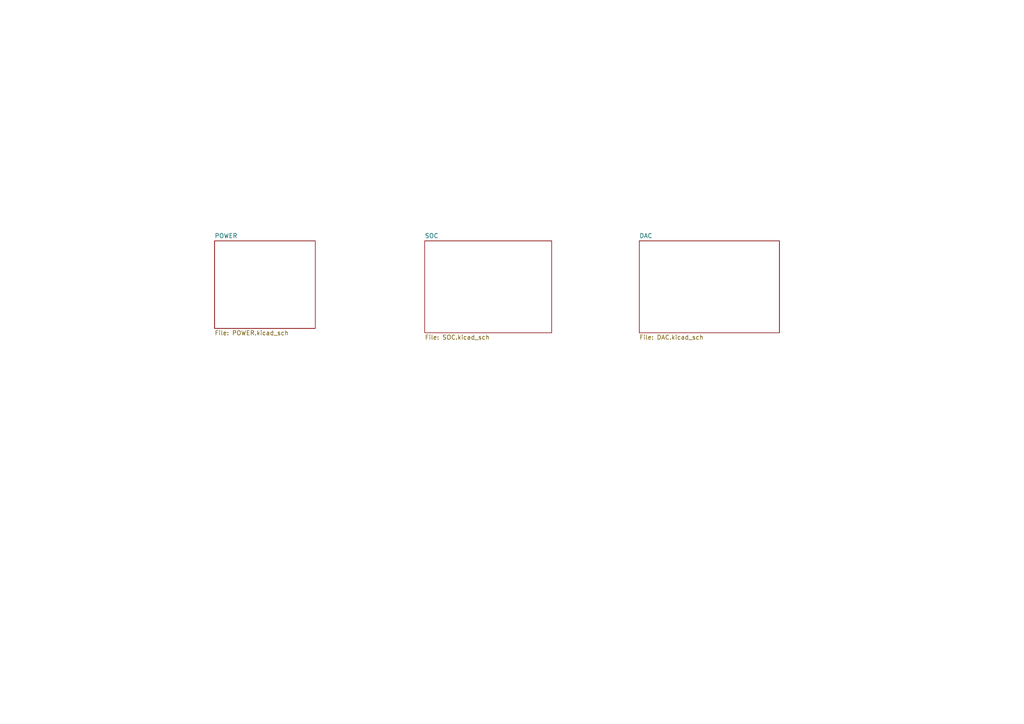
<source format=kicad_sch>
(kicad_sch (version 20211123) (generator eeschema)

  (uuid 370258fd-6ba8-4ef3-8ebf-93d459bc2768)

  (paper "A4")

  (lib_symbols
  )


  (sheet (at 185.42 69.85) (size 40.64 26.67) (fields_autoplaced)
    (stroke (width 0.1524) (type solid) (color 0 0 0 0))
    (fill (color 0 0 0 0.0000))
    (uuid 401dcf25-129a-4017-9713-e4979f9d70cf)
    (property "Sheet name" "DAC" (id 0) (at 185.42 69.1384 0)
      (effects (font (size 1.27 1.27)) (justify left bottom))
    )
    (property "Sheet file" "DAC.kicad_sch" (id 1) (at 185.42 97.1046 0)
      (effects (font (size 1.27 1.27)) (justify left top))
    )
  )

  (sheet (at 123.19 69.85) (size 36.83 26.67) (fields_autoplaced)
    (stroke (width 0.1524) (type solid) (color 0 0 0 0))
    (fill (color 0 0 0 0.0000))
    (uuid 494fd4b1-1de7-49fe-827f-914491efe850)
    (property "Sheet name" "SOC" (id 0) (at 123.19 69.1384 0)
      (effects (font (size 1.27 1.27)) (justify left bottom))
    )
    (property "Sheet file" "SOC.kicad_sch" (id 1) (at 123.19 97.1046 0)
      (effects (font (size 1.27 1.27)) (justify left top))
    )
  )

  (sheet (at 62.23 69.85) (size 29.21 25.4) (fields_autoplaced)
    (stroke (width 0.1524) (type solid) (color 0 0 0 0))
    (fill (color 0 0 0 0.0000))
    (uuid e1791f45-9313-4623-bca3-b0a68fdadfbe)
    (property "Sheet name" "POWER" (id 0) (at 62.23 69.1384 0)
      (effects (font (size 1.27 1.27)) (justify left bottom))
    )
    (property "Sheet file" "POWER.kicad_sch" (id 1) (at 62.23 95.8346 0)
      (effects (font (size 1.27 1.27)) (justify left top))
    )
  )

  (sheet_instances
    (path "/" (page "1"))
    (path "/e1791f45-9313-4623-bca3-b0a68fdadfbe" (page "2"))
    (path "/401dcf25-129a-4017-9713-e4979f9d70cf" (page "3"))
    (path "/494fd4b1-1de7-49fe-827f-914491efe850" (page "4"))
  )

  (symbol_instances
    (path "/e1791f45-9313-4623-bca3-b0a68fdadfbe/0cbfa2f9-23d9-48ec-8a1a-dbaf44827c95"
      (reference "#PWR0101") (unit 1) (value "GNDA") (footprint "")
    )
    (path "/e1791f45-9313-4623-bca3-b0a68fdadfbe/30af4ec7-6667-46e6-a26a-09572efb8cbe"
      (reference "#PWR0102") (unit 1) (value "GNDA") (footprint "")
    )
    (path "/e1791f45-9313-4623-bca3-b0a68fdadfbe/e797b437-4319-431e-998c-9a17c1f59a2b"
      (reference "#PWR0103") (unit 1) (value "GND") (footprint "")
    )
    (path "/e1791f45-9313-4623-bca3-b0a68fdadfbe/fb26e9b9-f54a-43d4-8717-4f82a48a58bc"
      (reference "#PWR0104") (unit 1) (value "+5VA") (footprint "")
    )
    (path "/e1791f45-9313-4623-bca3-b0a68fdadfbe/2224d911-5da1-4376-bd3a-1e677c123a06"
      (reference "#PWR0105") (unit 1) (value "GND") (footprint "")
    )
    (path "/e1791f45-9313-4623-bca3-b0a68fdadfbe/01708f58-76ce-481a-8192-42653e6c22f7"
      (reference "#PWR0106") (unit 1) (value "GNDA") (footprint "")
    )
    (path "/e1791f45-9313-4623-bca3-b0a68fdadfbe/3e444495-13db-4491-92c2-e64a77bb3699"
      (reference "#PWR0107") (unit 1) (value "VCC") (footprint "")
    )
    (path "/e1791f45-9313-4623-bca3-b0a68fdadfbe/9248e5af-ddc9-45cc-ba5e-111840325976"
      (reference "#PWR0108") (unit 1) (value "VCC") (footprint "")
    )
    (path "/e1791f45-9313-4623-bca3-b0a68fdadfbe/14edc701-333b-4c32-8327-80a08c746a50"
      (reference "#PWR0109") (unit 1) (value "GNDA") (footprint "")
    )
    (path "/e1791f45-9313-4623-bca3-b0a68fdadfbe/8df204da-232d-4b4c-a682-802e9189510b"
      (reference "#PWR0110") (unit 1) (value "-5VA") (footprint "")
    )
    (path "/e1791f45-9313-4623-bca3-b0a68fdadfbe/2cefa727-a5ce-4051-8271-4b8310fee12d"
      (reference "#PWR0111") (unit 1) (value "+BATT") (footprint "")
    )
    (path "/e1791f45-9313-4623-bca3-b0a68fdadfbe/2af7ebe6-ab5f-439b-a9a0-b238fd9746dc"
      (reference "#PWR0112") (unit 1) (value "GND") (footprint "")
    )
    (path "/e1791f45-9313-4623-bca3-b0a68fdadfbe/5fd137a9-82f4-4353-8bde-3dc5c4ad322c"
      (reference "#PWR0113") (unit 1) (value "VBUS") (footprint "")
    )
    (path "/e1791f45-9313-4623-bca3-b0a68fdadfbe/4282c57f-29e4-433b-accb-77b4cec8c16c"
      (reference "#PWR0114") (unit 1) (value "+BATT") (footprint "")
    )
    (path "/e1791f45-9313-4623-bca3-b0a68fdadfbe/5ad656d2-7b9e-42e2-9941-e9e8cd326d37"
      (reference "#PWR0115") (unit 1) (value "GND") (footprint "")
    )
    (path "/e1791f45-9313-4623-bca3-b0a68fdadfbe/e8debc1b-2900-42c6-87d4-2a94163f3f88"
      (reference "#PWR0116") (unit 1) (value "GND") (footprint "")
    )
    (path "/e1791f45-9313-4623-bca3-b0a68fdadfbe/45450dcd-eddd-40b9-b837-4c8ae62e52e0"
      (reference "#PWR0117") (unit 1) (value "GND") (footprint "")
    )
    (path "/e1791f45-9313-4623-bca3-b0a68fdadfbe/a3842bcc-2daf-41e2-a8de-c3616a27a777"
      (reference "#PWR0118") (unit 1) (value "+2V5") (footprint "")
    )
    (path "/e1791f45-9313-4623-bca3-b0a68fdadfbe/b1bf2bfb-1ec3-4b5a-bc1a-ddb7c529913e"
      (reference "#PWR0119") (unit 1) (value "GND") (footprint "")
    )
    (path "/e1791f45-9313-4623-bca3-b0a68fdadfbe/70388ffc-7447-431c-8802-1e130278a9e7"
      (reference "#PWR0120") (unit 1) (value "VCC") (footprint "")
    )
    (path "/e1791f45-9313-4623-bca3-b0a68fdadfbe/7de2f0be-eca9-481c-a3d0-f602605cdd08"
      (reference "#PWR0121") (unit 1) (value "GND") (footprint "")
    )
    (path "/e1791f45-9313-4623-bca3-b0a68fdadfbe/22b3f1b2-c7d3-4ecd-83ce-6f3d8a4905ca"
      (reference "#PWR0122") (unit 1) (value "VCC") (footprint "")
    )
    (path "/e1791f45-9313-4623-bca3-b0a68fdadfbe/f4c19c06-3c78-4b1f-8e73-e58d9f52f324"
      (reference "#PWR0123") (unit 1) (value "+1V1") (footprint "")
    )
    (path "/e1791f45-9313-4623-bca3-b0a68fdadfbe/6201d8e5-2b5f-4f2b-b23c-11a4afcbc56c"
      (reference "#PWR0124") (unit 1) (value "GND") (footprint "")
    )
    (path "/e1791f45-9313-4623-bca3-b0a68fdadfbe/a437ffdc-1a03-4acb-8b6a-791e6eec24ce"
      (reference "#PWR0125") (unit 1) (value "GND") (footprint "")
    )
    (path "/e1791f45-9313-4623-bca3-b0a68fdadfbe/f3393179-b9c2-4cd1-82e0-acbfcee18868"
      (reference "#PWR0126") (unit 1) (value "+3V3") (footprint "")
    )
    (path "/401dcf25-129a-4017-9713-e4979f9d70cf/bc2d49f7-0b75-46c7-b667-5fe0e39169bf"
      (reference "#PWR0127") (unit 1) (value "GNDA") (footprint "")
    )
    (path "/401dcf25-129a-4017-9713-e4979f9d70cf/38f59be0-5311-4f81-bc2d-291cecf7343e"
      (reference "#PWR0128") (unit 1) (value "GNDA") (footprint "")
    )
    (path "/401dcf25-129a-4017-9713-e4979f9d70cf/ea86096d-2168-440e-adb6-179cda9d62bb"
      (reference "#PWR0129") (unit 1) (value "+5VA") (footprint "")
    )
    (path "/401dcf25-129a-4017-9713-e4979f9d70cf/8418b7c7-9dc0-44bc-8ee7-059c864eaf80"
      (reference "#PWR0130") (unit 1) (value "GNDA") (footprint "")
    )
    (path "/401dcf25-129a-4017-9713-e4979f9d70cf/f455a700-bfa0-4af3-82d9-feb64b5a1f19"
      (reference "#PWR0131") (unit 1) (value "GNDA") (footprint "")
    )
    (path "/401dcf25-129a-4017-9713-e4979f9d70cf/7275c604-e053-48d3-a343-c5ffe54b5656"
      (reference "#PWR0132") (unit 1) (value "-5VA") (footprint "")
    )
    (path "/401dcf25-129a-4017-9713-e4979f9d70cf/3ff4f31e-418c-491a-a3c1-216c617c9ef7"
      (reference "#PWR0133") (unit 1) (value "GNDA") (footprint "")
    )
    (path "/401dcf25-129a-4017-9713-e4979f9d70cf/dbadeaad-c0ca-4c40-88e4-b233371bbe46"
      (reference "#PWR0134") (unit 1) (value "-5VA") (footprint "")
    )
    (path "/401dcf25-129a-4017-9713-e4979f9d70cf/82a71cb6-dcd9-4a39-a69f-3443679b2269"
      (reference "#PWR0135") (unit 1) (value "GNDA") (footprint "")
    )
    (path "/401dcf25-129a-4017-9713-e4979f9d70cf/5ccb70e9-40c4-4e90-9e97-747f90003d1e"
      (reference "#PWR0136") (unit 1) (value "GNDA") (footprint "")
    )
    (path "/401dcf25-129a-4017-9713-e4979f9d70cf/3f1e02e9-7964-476d-b2a4-f730fd6423d9"
      (reference "#PWR0137") (unit 1) (value "GND") (footprint "")
    )
    (path "/401dcf25-129a-4017-9713-e4979f9d70cf/c18a242a-bec2-4182-ad0a-89b361b67adc"
      (reference "#PWR0138") (unit 1) (value "+5VA") (footprint "")
    )
    (path "/401dcf25-129a-4017-9713-e4979f9d70cf/a8e840ad-5c82-4710-9ed2-4b5d9d59697b"
      (reference "#PWR0139") (unit 1) (value "GNDA") (footprint "")
    )
    (path "/401dcf25-129a-4017-9713-e4979f9d70cf/7aaddd4a-4249-4c95-ad4c-c5192d44d40e"
      (reference "#PWR0140") (unit 1) (value "+3V3") (footprint "")
    )
    (path "/401dcf25-129a-4017-9713-e4979f9d70cf/58020266-28a5-43d6-a9d3-77344fac213f"
      (reference "#PWR0141") (unit 1) (value "GNDA") (footprint "")
    )
    (path "/401dcf25-129a-4017-9713-e4979f9d70cf/afb0b98c-bd17-4b41-88a6-fadf3a4a7882"
      (reference "#PWR0142") (unit 1) (value "GND") (footprint "")
    )
    (path "/401dcf25-129a-4017-9713-e4979f9d70cf/0f56b6e3-92a2-4c1e-9c64-9bcf8f14372b"
      (reference "#PWR0143") (unit 1) (value "GNDA") (footprint "")
    )
    (path "/401dcf25-129a-4017-9713-e4979f9d70cf/f2dd230c-852b-4da2-8daf-196269e6ae36"
      (reference "#PWR0144") (unit 1) (value "+5VA") (footprint "")
    )
    (path "/e1791f45-9313-4623-bca3-b0a68fdadfbe/c242b6db-ea8b-4488-b39d-c3e48bc74de3"
      (reference "#PWR0145") (unit 1) (value "GND") (footprint "")
    )
    (path "/e1791f45-9313-4623-bca3-b0a68fdadfbe/a30014d5-ec3e-4a95-b54d-5e26f72e83a4"
      (reference "#PWR0146") (unit 1) (value "VCC") (footprint "")
    )
    (path "/e1791f45-9313-4623-bca3-b0a68fdadfbe/9ee40ec3-eef1-4cdc-b611-fb283d83a9fa"
      (reference "#PWR0147") (unit 1) (value "GND") (footprint "")
    )
    (path "/494fd4b1-1de7-49fe-827f-914491efe850/c8c2e522-1315-4fb8-ab95-9e59e2a7ea92"
      (reference "#PWR0148") (unit 1) (value "+3V3") (footprint "")
    )
    (path "/494fd4b1-1de7-49fe-827f-914491efe850/8ea3cbb1-925b-48b0-8938-ad672405dd06"
      (reference "#PWR0149") (unit 1) (value "+3V3") (footprint "")
    )
    (path "/494fd4b1-1de7-49fe-827f-914491efe850/0a5fe33e-ae5f-43a0-ae5f-be974d374e57"
      (reference "#PWR0150") (unit 1) (value "+3V3") (footprint "")
    )
    (path "/494fd4b1-1de7-49fe-827f-914491efe850/d7c1b2c9-33db-4871-b5ed-ea965aeaa473"
      (reference "#PWR0151") (unit 1) (value "+3V3") (footprint "")
    )
    (path "/494fd4b1-1de7-49fe-827f-914491efe850/69dac669-e5eb-49a2-94a5-4458bda3acaf"
      (reference "#PWR0152") (unit 1) (value "+3V3") (footprint "")
    )
    (path "/494fd4b1-1de7-49fe-827f-914491efe850/7d98f311-0132-431a-a4f0-dae81b6cb838"
      (reference "#PWR0153") (unit 1) (value "GND") (footprint "")
    )
    (path "/494fd4b1-1de7-49fe-827f-914491efe850/65a62c4f-46ad-4215-9c1d-d8bd304f9a2f"
      (reference "#PWR0154") (unit 1) (value "GND") (footprint "")
    )
    (path "/494fd4b1-1de7-49fe-827f-914491efe850/b333b069-baf3-40cf-9974-942857d84b37"
      (reference "#PWR0155") (unit 1) (value "+3V3") (footprint "")
    )
    (path "/494fd4b1-1de7-49fe-827f-914491efe850/379cd634-5679-4128-af27-1f0cc5037ef3"
      (reference "#PWR0156") (unit 1) (value "GND") (footprint "")
    )
    (path "/494fd4b1-1de7-49fe-827f-914491efe850/a9032bfe-ce4d-4656-a2f1-6e45ddeacddb"
      (reference "#PWR0157") (unit 1) (value "+1V1") (footprint "")
    )
    (path "/494fd4b1-1de7-49fe-827f-914491efe850/7c571990-1515-4a55-a8d1-1bea4ca69cea"
      (reference "#PWR0158") (unit 1) (value "GND") (footprint "")
    )
    (path "/494fd4b1-1de7-49fe-827f-914491efe850/419248b5-255d-40b6-8565-3cafd949419b"
      (reference "#PWR0159") (unit 1) (value "GND") (footprint "")
    )
    (path "/494fd4b1-1de7-49fe-827f-914491efe850/79a85d22-2e77-4bba-9312-6190345d3eaf"
      (reference "#PWR0160") (unit 1) (value "+2V5") (footprint "")
    )
    (path "/494fd4b1-1de7-49fe-827f-914491efe850/82cbb177-569a-4ef9-8554-03dc7e11471f"
      (reference "#PWR0161") (unit 1) (value "GND") (footprint "")
    )
    (path "/494fd4b1-1de7-49fe-827f-914491efe850/dad71a7f-5c71-496d-ae4c-a81f35969ede"
      (reference "#PWR0162") (unit 1) (value "GND") (footprint "")
    )
    (path "/494fd4b1-1de7-49fe-827f-914491efe850/fa89a5a2-7f85-48bb-a4c8-4c8c8b5ba6b8"
      (reference "#PWR0163") (unit 1) (value "+3V3") (footprint "")
    )
    (path "/494fd4b1-1de7-49fe-827f-914491efe850/7fb585f5-cf10-4ac8-99a8-569ee545c535"
      (reference "#PWR0164") (unit 1) (value "GND") (footprint "")
    )
    (path "/494fd4b1-1de7-49fe-827f-914491efe850/1eef3abf-f229-427a-a0c8-d0d6082e827d"
      (reference "#PWR0165") (unit 1) (value "GND") (footprint "")
    )
    (path "/494fd4b1-1de7-49fe-827f-914491efe850/15e35825-4c01-4e08-8977-a5e38f9fba5f"
      (reference "#PWR0166") (unit 1) (value "+3V3") (footprint "")
    )
    (path "/494fd4b1-1de7-49fe-827f-914491efe850/0da67e8d-0649-4d6d-b44b-505ae133c91e"
      (reference "#PWR0167") (unit 1) (value "GND") (footprint "")
    )
    (path "/494fd4b1-1de7-49fe-827f-914491efe850/7b57a3f5-bc22-4dcb-897d-b8c3817a5e55"
      (reference "#PWR0168") (unit 1) (value "GND") (footprint "")
    )
    (path "/494fd4b1-1de7-49fe-827f-914491efe850/36cccca3-19d7-438f-bd87-b4b4a5b2e768"
      (reference "#PWR0169") (unit 1) (value "GND") (footprint "")
    )
    (path "/494fd4b1-1de7-49fe-827f-914491efe850/18031f2c-8cfc-4803-860d-89e01fe4e06e"
      (reference "#PWR0170") (unit 1) (value "+3V0") (footprint "")
    )
    (path "/494fd4b1-1de7-49fe-827f-914491efe850/8a695bc2-0618-4ba7-a5d6-514f2eee92c6"
      (reference "#PWR0171") (unit 1) (value "GND") (footprint "")
    )
    (path "/494fd4b1-1de7-49fe-827f-914491efe850/5934e63b-e49e-46c3-ab9f-906bcf3caee4"
      (reference "#PWR0172") (unit 1) (value "GND") (footprint "")
    )
    (path "/494fd4b1-1de7-49fe-827f-914491efe850/3ce84b20-fc43-4763-b8d8-57292deeeb9b"
      (reference "#PWR0173") (unit 1) (value "+3V3") (footprint "")
    )
    (path "/494fd4b1-1de7-49fe-827f-914491efe850/6828cf5c-2818-4f7e-8d2c-72d5cd43986a"
      (reference "#PWR0174") (unit 1) (value "GND") (footprint "")
    )
    (path "/494fd4b1-1de7-49fe-827f-914491efe850/b378f377-6919-4b28-86a2-b58010a92c85"
      (reference "#PWR0175") (unit 1) (value "GND") (footprint "")
    )
    (path "/494fd4b1-1de7-49fe-827f-914491efe850/c61f1a92-f4ef-450f-9860-9ea95b35bf2e"
      (reference "#PWR0176") (unit 1) (value "+3V3") (footprint "")
    )
    (path "/494fd4b1-1de7-49fe-827f-914491efe850/35ef7986-bbae-474a-9bca-16b29795133f"
      (reference "#PWR0177") (unit 1) (value "+3V3") (footprint "")
    )
    (path "/494fd4b1-1de7-49fe-827f-914491efe850/202b4a23-4e2d-4bd2-a4a0-f1794cd2c418"
      (reference "#PWR0178") (unit 1) (value "GND") (footprint "")
    )
    (path "/494fd4b1-1de7-49fe-827f-914491efe850/e24b0727-5a72-4a5f-9463-ac61005847fa"
      (reference "#PWR0179") (unit 1) (value "+3V3") (footprint "")
    )
    (path "/494fd4b1-1de7-49fe-827f-914491efe850/9db35342-6aaa-4e97-8430-27cf726bd46a"
      (reference "#PWR0180") (unit 1) (value "GND") (footprint "")
    )
    (path "/494fd4b1-1de7-49fe-827f-914491efe850/ba1d31b2-c4c5-4df2-a7b7-4584a09ad11e"
      (reference "#PWR0181") (unit 1) (value "GND") (footprint "")
    )
    (path "/494fd4b1-1de7-49fe-827f-914491efe850/9786bfa3-41cc-4c5d-be81-14286bd7519d"
      (reference "#PWR0182") (unit 1) (value "+3V3") (footprint "")
    )
    (path "/494fd4b1-1de7-49fe-827f-914491efe850/0ead5e31-35ac-4530-bc90-172362f8e4a9"
      (reference "#PWR0183") (unit 1) (value "GND") (footprint "")
    )
    (path "/494fd4b1-1de7-49fe-827f-914491efe850/18febec8-e047-440c-8666-7ebeccfe2361"
      (reference "#PWR0184") (unit 1) (value "GND") (footprint "")
    )
    (path "/494fd4b1-1de7-49fe-827f-914491efe850/d5513f19-11fe-44e4-8d6e-f2dcb3dd96a1"
      (reference "#PWR0185") (unit 1) (value "VBUS") (footprint "")
    )
    (path "/494fd4b1-1de7-49fe-827f-914491efe850/17d8d0f3-ba96-4dd3-b85c-14930767ad32"
      (reference "#PWR0186") (unit 1) (value "VBUS") (footprint "")
    )
    (path "/494fd4b1-1de7-49fe-827f-914491efe850/2e18209d-f6e8-473a-b987-e383144fb73c"
      (reference "#PWR0187") (unit 1) (value "GND") (footprint "")
    )
    (path "/494fd4b1-1de7-49fe-827f-914491efe850/d7691648-40a2-4a73-a581-8726c53cb5ce"
      (reference "#PWR0188") (unit 1) (value "GND") (footprint "")
    )
    (path "/494fd4b1-1de7-49fe-827f-914491efe850/c69bd7e9-88c2-42b9-ab3e-f3f1061d74fc"
      (reference "#PWR0189") (unit 1) (value "GND") (footprint "")
    )
    (path "/494fd4b1-1de7-49fe-827f-914491efe850/a6d6d3ec-b95c-4608-bcc4-c2c28863b61c"
      (reference "#PWR0190") (unit 1) (value "+2V5") (footprint "")
    )
    (path "/494fd4b1-1de7-49fe-827f-914491efe850/c0551d58-c7c7-4927-9c37-55aa6e17d735"
      (reference "#PWR0191") (unit 1) (value "GND") (footprint "")
    )
    (path "/494fd4b1-1de7-49fe-827f-914491efe850/cda274ab-4952-4f19-9c21-bd3fee7a8750"
      (reference "#PWR0192") (unit 1) (value "GND") (footprint "")
    )
    (path "/494fd4b1-1de7-49fe-827f-914491efe850/89b6d971-3474-4432-9483-fb4cee532839"
      (reference "#PWR0193") (unit 1) (value "GND") (footprint "")
    )
    (path "/494fd4b1-1de7-49fe-827f-914491efe850/086a1c45-d415-40bc-a319-32f829f33b74"
      (reference "#PWR0194") (unit 1) (value "GND") (footprint "")
    )
    (path "/494fd4b1-1de7-49fe-827f-914491efe850/5f29b257-e94c-4beb-9f29-a6d729a34377"
      (reference "#PWR0195") (unit 1) (value "GND") (footprint "")
    )
    (path "/e1791f45-9313-4623-bca3-b0a68fdadfbe/35089018-82f7-4c44-bf60-604776d9be4c"
      (reference "#PWR0196") (unit 1) (value "+3V0") (footprint "")
    )
    (path "/e1791f45-9313-4623-bca3-b0a68fdadfbe/fd1ed907-c178-4d02-a668-30f5a652adf0"
      (reference "#PWR0197") (unit 1) (value "+5VA") (footprint "")
    )
    (path "/e1791f45-9313-4623-bca3-b0a68fdadfbe/9dde7b5d-5a4a-46b4-88e4-018abd6b41b0"
      (reference "#PWR0198") (unit 1) (value "GNDA") (footprint "")
    )
    (path "/e1791f45-9313-4623-bca3-b0a68fdadfbe/ee67da40-1ebe-4920-a137-523a8361865b"
      (reference "C1") (unit 1) (value "C") (footprint "")
    )
    (path "/e1791f45-9313-4623-bca3-b0a68fdadfbe/fdbacac8-d014-41f3-805e-8bd00ab5f397"
      (reference "C2") (unit 1) (value "C") (footprint "")
    )
    (path "/e1791f45-9313-4623-bca3-b0a68fdadfbe/1723c043-8737-49ec-8136-62da7c4b4652"
      (reference "C3") (unit 1) (value "C") (footprint "")
    )
    (path "/e1791f45-9313-4623-bca3-b0a68fdadfbe/b8231bdc-68e0-41a1-9bc4-268b19be2d63"
      (reference "C4") (unit 1) (value "C") (footprint "")
    )
    (path "/e1791f45-9313-4623-bca3-b0a68fdadfbe/581b77e6-d5ad-4121-8b41-a42cafeff828"
      (reference "C5") (unit 1) (value "C") (footprint "")
    )
    (path "/e1791f45-9313-4623-bca3-b0a68fdadfbe/4ecf4bf9-b0c6-47ac-926b-b00be2d3f52b"
      (reference "C6") (unit 1) (value "C") (footprint "")
    )
    (path "/e1791f45-9313-4623-bca3-b0a68fdadfbe/47883ed5-c9a4-49df-8829-e9ba82380d52"
      (reference "C7") (unit 1) (value "C") (footprint "")
    )
    (path "/e1791f45-9313-4623-bca3-b0a68fdadfbe/b2ca1454-3de1-4837-8433-ad535c82f79c"
      (reference "C8") (unit 1) (value "C") (footprint "")
    )
    (path "/e1791f45-9313-4623-bca3-b0a68fdadfbe/eb4ff919-e463-4572-a15c-0fa67237af9a"
      (reference "C9") (unit 1) (value "C") (footprint "")
    )
    (path "/e1791f45-9313-4623-bca3-b0a68fdadfbe/fdceda9f-9b1e-419c-adce-d954842b05f3"
      (reference "C10") (unit 1) (value "C") (footprint "")
    )
    (path "/e1791f45-9313-4623-bca3-b0a68fdadfbe/112d5780-000d-41d6-bb10-9962e7eb4bf8"
      (reference "C11") (unit 1) (value "C") (footprint "")
    )
    (path "/e1791f45-9313-4623-bca3-b0a68fdadfbe/4ef712d1-374a-4ad6-a711-6cf309098020"
      (reference "C12") (unit 1) (value "C") (footprint "")
    )
    (path "/e1791f45-9313-4623-bca3-b0a68fdadfbe/537f39ec-e265-4f33-9839-284480f8403c"
      (reference "C13") (unit 1) (value "C") (footprint "")
    )
    (path "/e1791f45-9313-4623-bca3-b0a68fdadfbe/e5c788e1-d3ff-4bbf-881b-2822ba1df21c"
      (reference "C14") (unit 1) (value "C") (footprint "")
    )
    (path "/494fd4b1-1de7-49fe-827f-914491efe850/e968bfe4-ae20-4952-9243-0ed30127e608"
      (reference "C15") (unit 1) (value "100n") (footprint "")
    )
    (path "/e1791f45-9313-4623-bca3-b0a68fdadfbe/d2549987-7e14-451b-9cd5-5ef174040d9a"
      (reference "C16") (unit 1) (value "C") (footprint "")
    )
    (path "/e1791f45-9313-4623-bca3-b0a68fdadfbe/8afd63b3-6638-4ec9-9800-dd3a9939fc77"
      (reference "C17") (unit 1) (value "C") (footprint "")
    )
    (path "/e1791f45-9313-4623-bca3-b0a68fdadfbe/f53b8b97-2470-4678-89e6-75788de8c921"
      (reference "C18") (unit 1) (value "C") (footprint "")
    )
    (path "/e1791f45-9313-4623-bca3-b0a68fdadfbe/93d3d7fa-085c-48f5-a3bc-1ad66511c1a4"
      (reference "C19") (unit 1) (value "C") (footprint "")
    )
    (path "/e1791f45-9313-4623-bca3-b0a68fdadfbe/c4a06828-3e16-4ab2-9e25-e5e22a9759a9"
      (reference "C20") (unit 1) (value "C") (footprint "")
    )
    (path "/e1791f45-9313-4623-bca3-b0a68fdadfbe/ed891a32-978d-4fbb-be4f-c9c90286dca1"
      (reference "C21") (unit 1) (value "C") (footprint "")
    )
    (path "/e1791f45-9313-4623-bca3-b0a68fdadfbe/5fa9fd54-53b4-4201-ab7c-041ba10a4aa0"
      (reference "C22") (unit 1) (value "C") (footprint "")
    )
    (path "/401dcf25-129a-4017-9713-e4979f9d70cf/045dd9d9-9a6c-4a63-9a62-81d9a4307815"
      (reference "C23") (unit 1) (value "10u") (footprint "")
    )
    (path "/401dcf25-129a-4017-9713-e4979f9d70cf/5969ac11-3161-45c0-a552-3015f4f54754"
      (reference "C24") (unit 1) (value "10u") (footprint "")
    )
    (path "/401dcf25-129a-4017-9713-e4979f9d70cf/a200087c-18b2-49d2-ab51-a1b8b6bfb51a"
      (reference "C25") (unit 1) (value "10u") (footprint "")
    )
    (path "/401dcf25-129a-4017-9713-e4979f9d70cf/538b226b-da12-4065-b8d3-5c662d17ae45"
      (reference "C26") (unit 1) (value "0.1u") (footprint "")
    )
    (path "/401dcf25-129a-4017-9713-e4979f9d70cf/60782372-025e-46a3-aa40-1d17560c4961"
      (reference "C27") (unit 1) (value "10u") (footprint "")
    )
    (path "/401dcf25-129a-4017-9713-e4979f9d70cf/ca209144-15e8-45c8-87fa-2fb7e26d4275"
      (reference "C28") (unit 1) (value "0.1u") (footprint "")
    )
    (path "/401dcf25-129a-4017-9713-e4979f9d70cf/91065fe7-7ec1-4254-aae8-c064f5d40776"
      (reference "C29") (unit 1) (value "10u") (footprint "")
    )
    (path "/401dcf25-129a-4017-9713-e4979f9d70cf/17db8cd6-197c-4060-a104-fad21a10c6fb"
      (reference "C30") (unit 1) (value "0.1u") (footprint "")
    )
    (path "/401dcf25-129a-4017-9713-e4979f9d70cf/6fd64a2e-c671-4448-969f-c0f2440479c8"
      (reference "C31") (unit 1) (value "10u") (footprint "")
    )
    (path "/401dcf25-129a-4017-9713-e4979f9d70cf/fff33592-b7fb-41c0-9d94-b2c6b42df507"
      (reference "C32") (unit 1) (value "0.1u") (footprint "")
    )
    (path "/401dcf25-129a-4017-9713-e4979f9d70cf/6f98d068-bc32-4bb2-8d54-4248baa8b5b0"
      (reference "C33") (unit 1) (value "3.3n") (footprint "")
    )
    (path "/401dcf25-129a-4017-9713-e4979f9d70cf/069d645f-8e17-4938-b890-f686bc958fc3"
      (reference "C34") (unit 1) (value "3.3n") (footprint "")
    )
    (path "/401dcf25-129a-4017-9713-e4979f9d70cf/9dfc65c2-1c02-4b45-af88-c389405623c1"
      (reference "C35") (unit 1) (value "10u") (footprint "")
    )
    (path "/401dcf25-129a-4017-9713-e4979f9d70cf/b96a8a49-02f4-432a-a8af-bb318d1c72c7"
      (reference "C36") (unit 1) (value "10u") (footprint "")
    )
    (path "/401dcf25-129a-4017-9713-e4979f9d70cf/512ecfaf-c6b0-4ead-8a9f-11f54f0e4a9e"
      (reference "C37") (unit 1) (value "0.1u") (footprint "")
    )
    (path "/401dcf25-129a-4017-9713-e4979f9d70cf/841bce83-c6f9-4765-b09f-1cc924b209ad"
      (reference "C38") (unit 1) (value "0.1u") (footprint "")
    )
    (path "/401dcf25-129a-4017-9713-e4979f9d70cf/1499b34f-db8d-46c2-837c-f2bf880c7627"
      (reference "C39") (unit 1) (value "680p") (footprint "")
    )
    (path "/401dcf25-129a-4017-9713-e4979f9d70cf/4e650bee-1921-4b55-a8df-b67f0f3dbbb5"
      (reference "C40") (unit 1) (value "680p") (footprint "")
    )
    (path "/401dcf25-129a-4017-9713-e4979f9d70cf/5763879b-edb7-4922-be97-bdd6cb65bc9e"
      (reference "C41") (unit 1) (value "680p") (footprint "")
    )
    (path "/401dcf25-129a-4017-9713-e4979f9d70cf/97d11f65-116d-478e-b855-0dfd2dc3453a"
      (reference "C42") (unit 1) (value "680p") (footprint "")
    )
    (path "/401dcf25-129a-4017-9713-e4979f9d70cf/bbe7c4b2-d35b-4807-b362-8252f91e1021"
      (reference "C43") (unit 1) (value "10u") (footprint "")
    )
    (path "/401dcf25-129a-4017-9713-e4979f9d70cf/271cb788-9389-4d28-9f2e-1d1dde30c843"
      (reference "C44") (unit 1) (value "10u") (footprint "")
    )
    (path "/401dcf25-129a-4017-9713-e4979f9d70cf/61bb4307-d54d-4459-997d-501cdf921a8a"
      (reference "C45") (unit 1) (value "0.1u") (footprint "")
    )
    (path "/401dcf25-129a-4017-9713-e4979f9d70cf/e8324c9c-4687-4cb9-9d78-88f8b6f3327a"
      (reference "C46") (unit 1) (value "0.1u") (footprint "")
    )
    (path "/494fd4b1-1de7-49fe-827f-914491efe850/84f5e980-00e6-4324-b5de-3f5830e6d123"
      (reference "C47") (unit 1) (value "100n") (footprint "")
    )
    (path "/494fd4b1-1de7-49fe-827f-914491efe850/4d9e853e-9dba-4eaf-bca1-9bfa8b050f70"
      (reference "C48") (unit 1) (value "100n") (footprint "")
    )
    (path "/494fd4b1-1de7-49fe-827f-914491efe850/5777b44f-584b-49ee-a8ea-40885b826fa6"
      (reference "C49") (unit 1) (value "100n") (footprint "")
    )
    (path "/494fd4b1-1de7-49fe-827f-914491efe850/382ff68f-92ae-46af-96ac-f254f97cd53f"
      (reference "C50") (unit 1) (value "100n") (footprint "")
    )
    (path "/e1791f45-9313-4623-bca3-b0a68fdadfbe/648b2b1a-d364-4ea0-9768-0ce3f2c9463d"
      (reference "C51") (unit 1) (value "C") (footprint "")
    )
    (path "/e1791f45-9313-4623-bca3-b0a68fdadfbe/03a1448a-da5b-41e1-adc9-bb24d5cc6f7c"
      (reference "C52") (unit 1) (value "C") (footprint "")
    )
    (path "/e1791f45-9313-4623-bca3-b0a68fdadfbe/40ae0515-256c-4d37-b282-feb0f680c884"
      (reference "C53") (unit 1) (value "C") (footprint "")
    )
    (path "/494fd4b1-1de7-49fe-827f-914491efe850/5330be87-fa1e-4d4a-9247-3233eadfb6e6"
      (reference "C54") (unit 1) (value "100n") (footprint "")
    )
    (path "/494fd4b1-1de7-49fe-827f-914491efe850/e1fa5d49-7ceb-49cc-a04b-17f7571a5306"
      (reference "C55") (unit 1) (value "100n") (footprint "")
    )
    (path "/494fd4b1-1de7-49fe-827f-914491efe850/20a2bafb-0123-486e-a4e6-a3c7acb13f8a"
      (reference "C56") (unit 1) (value "100n") (footprint "")
    )
    (path "/494fd4b1-1de7-49fe-827f-914491efe850/8b0a27ab-4e40-4412-a77d-c52001da15eb"
      (reference "C57") (unit 1) (value "100n") (footprint "")
    )
    (path "/494fd4b1-1de7-49fe-827f-914491efe850/47be687e-268d-4ef8-b368-bb419310b09c"
      (reference "C58") (unit 1) (value "100n") (footprint "")
    )
    (path "/494fd4b1-1de7-49fe-827f-914491efe850/b7e34657-61b6-4181-bd11-8eb986da08a3"
      (reference "C59") (unit 1) (value "100n") (footprint "")
    )
    (path "/494fd4b1-1de7-49fe-827f-914491efe850/b3e0f20b-0e4e-4c22-a51c-703e06b6fcce"
      (reference "C60") (unit 1) (value "100n") (footprint "")
    )
    (path "/494fd4b1-1de7-49fe-827f-914491efe850/158f9dab-be19-46c1-9ee3-a736d410aa82"
      (reference "C61") (unit 1) (value "100n") (footprint "")
    )
    (path "/494fd4b1-1de7-49fe-827f-914491efe850/61fa605e-9edd-4cf2-b184-cb1a56ed4c9e"
      (reference "C62") (unit 1) (value "100n") (footprint "")
    )
    (path "/494fd4b1-1de7-49fe-827f-914491efe850/a9c9051c-2ab2-4b2a-93a7-a83100f039d0"
      (reference "C63") (unit 1) (value "100n") (footprint "")
    )
    (path "/494fd4b1-1de7-49fe-827f-914491efe850/2084ad53-aab5-4bb4-a296-dfcd869e10ff"
      (reference "C64") (unit 1) (value "100n") (footprint "")
    )
    (path "/494fd4b1-1de7-49fe-827f-914491efe850/cf9abe56-361c-48f2-acd6-908471f96b84"
      (reference "C65") (unit 1) (value "100n") (footprint "")
    )
    (path "/494fd4b1-1de7-49fe-827f-914491efe850/6547a861-6c3e-421f-ac0d-9868b699aad6"
      (reference "C66") (unit 1) (value "100n") (footprint "")
    )
    (path "/494fd4b1-1de7-49fe-827f-914491efe850/47a55846-1b24-4f5e-b413-3ce98d00747c"
      (reference "C67") (unit 1) (value "100n") (footprint "")
    )
    (path "/494fd4b1-1de7-49fe-827f-914491efe850/789b1f03-cec0-4223-ba17-a49c97a5f8d9"
      (reference "C68") (unit 1) (value "100n") (footprint "")
    )
    (path "/494fd4b1-1de7-49fe-827f-914491efe850/8e44185d-01df-47e1-9994-000b449a29e7"
      (reference "C69") (unit 1) (value "100n") (footprint "")
    )
    (path "/494fd4b1-1de7-49fe-827f-914491efe850/d8d71e90-a772-4a19-aafd-77e43a16ebe7"
      (reference "C70") (unit 1) (value "100n") (footprint "")
    )
    (path "/494fd4b1-1de7-49fe-827f-914491efe850/057ac0a5-e33c-4c78-aabd-a4b487bc7630"
      (reference "C71") (unit 1) (value "100n") (footprint "")
    )
    (path "/494fd4b1-1de7-49fe-827f-914491efe850/9be5372f-ee8a-4310-8a67-f358f2490296"
      (reference "C72") (unit 1) (value "18p") (footprint "")
    )
    (path "/494fd4b1-1de7-49fe-827f-914491efe850/0b879f26-2b2e-487b-848c-158f41763e7b"
      (reference "C73") (unit 1) (value "18p") (footprint "")
    )
    (path "/494fd4b1-1de7-49fe-827f-914491efe850/3403b7ec-7358-49fc-a09e-793798bdbdf9"
      (reference "C74") (unit 1) (value "100n") (footprint "")
    )
    (path "/494fd4b1-1de7-49fe-827f-914491efe850/2f80e09c-3a4e-4573-88c9-ea50dcd4be9e"
      (reference "C75") (unit 1) (value "100n") (footprint "")
    )
    (path "/e1791f45-9313-4623-bca3-b0a68fdadfbe/7808d1e0-6760-41bb-830e-e48716bc9277"
      (reference "C76") (unit 1) (value "C") (footprint "")
    )
    (path "/e1791f45-9313-4623-bca3-b0a68fdadfbe/17cab5b3-ab12-4504-bf49-7a9a1815a55b"
      (reference "C77") (unit 1) (value "C") (footprint "")
    )
    (path "/401dcf25-129a-4017-9713-e4979f9d70cf/511252e4-b155-49ed-bf4e-6690a33641ee"
      (reference "J2") (unit 1) (value "PJ-3270") (footprint "rlib_connectors:PJ-3270")
    )
    (path "/494fd4b1-1de7-49fe-827f-914491efe850/faf7d44f-9fad-4a72-a9a8-fd4508e87bd6"
      (reference "J3") (unit 1) (value "TF01-A") (footprint "rlib_connectors:TF-01A")
    )
    (path "/e1791f45-9313-4623-bca3-b0a68fdadfbe/b4b8bceb-bcd7-4d6a-bdcb-e0e18aae1951"
      (reference "J4") (unit 1) (value "532610371") (footprint "rlib_connectors:MOLEX_532610371")
    )
    (path "/494fd4b1-1de7-49fe-827f-914491efe850/8bcd900b-fc47-487b-88a0-d37a426a168e"
      (reference "JP1") (unit 1) (value "SolderJumper_3_Open") (footprint "")
    )
    (path "/494fd4b1-1de7-49fe-827f-914491efe850/578ef156-7b7f-4598-967b-a2efaac510c1"
      (reference "JP2") (unit 1) (value "Reset") (footprint "Jumper:SolderJumper-2_P1.3mm_Open_RoundedPad1.0x1.5mm")
    )
    (path "/494fd4b1-1de7-49fe-827f-914491efe850/4549d397-a48a-4467-9da6-71d4dbc8212b"
      (reference "JP3") (unit 1) (value "Jumper_2_Open") (footprint "Jumper:SolderJumper-2_P1.3mm_Open_RoundedPad1.0x1.5mm")
    )
    (path "/e1791f45-9313-4623-bca3-b0a68fdadfbe/4d1bc88c-aa55-4fa5-8f49-cd9be9467e6f"
      (reference "L1") (unit 1) (value "L") (footprint "")
    )
    (path "/e1791f45-9313-4623-bca3-b0a68fdadfbe/3b412bb5-c596-4f16-ae97-60084c4eff3c"
      (reference "L2") (unit 1) (value "L") (footprint "")
    )
    (path "/e1791f45-9313-4623-bca3-b0a68fdadfbe/7370cdb5-881f-4c25-89df-19fe79211be1"
      (reference "L3") (unit 1) (value "L") (footprint "")
    )
    (path "/e1791f45-9313-4623-bca3-b0a68fdadfbe/b17fb110-fa30-4641-ad69-979dbc9a1ff3"
      (reference "L4") (unit 1) (value "L") (footprint "")
    )
    (path "/e1791f45-9313-4623-bca3-b0a68fdadfbe/d47d3bd8-1d9f-49f1-b9d2-8c4dd07a0735"
      (reference "L5") (unit 1) (value "L") (footprint "")
    )
    (path "/e1791f45-9313-4623-bca3-b0a68fdadfbe/ca2961f2-4863-44ee-b6ad-3a6bca4a7817"
      (reference "L6") (unit 1) (value "L") (footprint "")
    )
    (path "/e1791f45-9313-4623-bca3-b0a68fdadfbe/f9911c22-a8aa-4199-9d42-77db8528a878"
      (reference "L7") (unit 1) (value "L") (footprint "")
    )
    (path "/e1791f45-9313-4623-bca3-b0a68fdadfbe/f40ddf32-3ab6-4c21-957f-cce00679f0f7"
      (reference "L8") (unit 1) (value "L") (footprint "")
    )
    (path "/494fd4b1-1de7-49fe-827f-914491efe850/90e32df0-f22b-4369-b54f-e0066cb9294e"
      (reference "L9") (unit 1) (value "L") (footprint "")
    )
    (path "/e1791f45-9313-4623-bca3-b0a68fdadfbe/c7d10f1d-e909-40e0-8ea5-2588fa01f48d"
      (reference "NT1") (unit 1) (value "NetTie_2") (footprint "")
    )
    (path "/494fd4b1-1de7-49fe-827f-914491efe850/c0b462b9-a67b-4c9c-9ba8-6a1730966fbd"
      (reference "P1") (unit 1) (value "HRO-TYPE-C-31-M-12") (footprint "rlib_connectors:HRO-TYPE-C-31-M-12")
    )
    (path "/494fd4b1-1de7-49fe-827f-914491efe850/25e1f1fa-044b-41ee-a2c7-36a0afe3d49a"
      (reference "P2") (unit 1) (value "WF24HTLAJDNN0#") (footprint "")
    )
    (path "/494fd4b1-1de7-49fe-827f-914491efe850/9d55a777-e0ad-44e5-9b4c-a6a487c41303"
      (reference "Q1") (unit 1) (value "Q_NMOS_DSG") (footprint "")
    )
    (path "/e1791f45-9313-4623-bca3-b0a68fdadfbe/8298854d-44ea-46ad-9f63-9e6e7c43bd02"
      (reference "R1") (unit 1) (value "R") (footprint "rlib_passive:R_0603_1608Metric")
    )
    (path "/e1791f45-9313-4623-bca3-b0a68fdadfbe/6dd7019f-98d9-4b04-8bef-df3387cf6ae1"
      (reference "R2") (unit 1) (value "R") (footprint "rlib_passive:R_0603_1608Metric")
    )
    (path "/494fd4b1-1de7-49fe-827f-914491efe850/9661e28d-43a9-4bd0-9689-1ce563f779f6"
      (reference "R3") (unit 1) (value "R") (footprint "rlib_passive:R_0603_1608Metric")
    )
    (path "/e1791f45-9313-4623-bca3-b0a68fdadfbe/c78b42b4-c451-4f87-9422-c9b23d0f4ae6"
      (reference "R4") (unit 1) (value "R") (footprint "rlib_passive:R_0603_1608Metric")
    )
    (path "/e1791f45-9313-4623-bca3-b0a68fdadfbe/65345605-eca7-44c8-9563-5c93a9ef48bb"
      (reference "R5") (unit 1) (value "R") (footprint "rlib_passive:R_0603_1608Metric")
    )
    (path "/e1791f45-9313-4623-bca3-b0a68fdadfbe/668dcf9e-0be7-491b-b3f7-3358af8eb51d"
      (reference "R6") (unit 1) (value "R") (footprint "rlib_passive:R_0603_1608Metric")
    )
    (path "/e1791f45-9313-4623-bca3-b0a68fdadfbe/5bed62c0-6e7e-4169-8602-46aead25608a"
      (reference "R7") (unit 1) (value "R") (footprint "rlib_passive:R_0603_1608Metric")
    )
    (path "/494fd4b1-1de7-49fe-827f-914491efe850/1fa0d596-a558-42ed-9b47-7b46468a1c18"
      (reference "R8") (unit 1) (value "R") (footprint "rlib_passive:R_0603_1608Metric")
    )
    (path "/e1791f45-9313-4623-bca3-b0a68fdadfbe/c516f6ec-36ac-4b48-b23f-b09de4e0f527"
      (reference "R9") (unit 1) (value "R") (footprint "rlib_passive:R_0603_1608Metric")
    )
    (path "/e1791f45-9313-4623-bca3-b0a68fdadfbe/feaf2fdc-2162-49f3-b8a1-380c92e260f6"
      (reference "R10") (unit 1) (value "R") (footprint "rlib_passive:R_0603_1608Metric")
    )
    (path "/e1791f45-9313-4623-bca3-b0a68fdadfbe/6b0ffb05-7068-438e-b361-841ae71044a4"
      (reference "R11") (unit 1) (value "R") (footprint "rlib_passive:R_0603_1608Metric")
    )
    (path "/e1791f45-9313-4623-bca3-b0a68fdadfbe/c407186b-6cf8-4fd6-b0c3-5fdb06f61593"
      (reference "R12") (unit 1) (value "R") (footprint "rlib_passive:R_0603_1608Metric")
    )
    (path "/e1791f45-9313-4623-bca3-b0a68fdadfbe/3da29277-c0a2-48de-a597-fc769ec00c1e"
      (reference "R13") (unit 1) (value "R") (footprint "rlib_passive:R_0603_1608Metric")
    )
    (path "/e1791f45-9313-4623-bca3-b0a68fdadfbe/dd990ad7-f32a-4715-8d9f-cc01d02c7da1"
      (reference "R14") (unit 1) (value "R") (footprint "rlib_passive:R_0603_1608Metric")
    )
    (path "/401dcf25-129a-4017-9713-e4979f9d70cf/76076da3-3a85-4771-86f6-f1009cffc91d"
      (reference "R15") (unit 1) (value "2.4K") (footprint "")
    )
    (path "/401dcf25-129a-4017-9713-e4979f9d70cf/a3615654-341a-4a68-a5a6-347dba04818a"
      (reference "R16") (unit 1) (value "2.4K") (footprint "")
    )
    (path "/401dcf25-129a-4017-9713-e4979f9d70cf/33a89580-00ad-42a1-accc-5503a9587aa6"
      (reference "R17") (unit 1) (value "2.4K") (footprint "")
    )
    (path "/401dcf25-129a-4017-9713-e4979f9d70cf/ef04c45d-1d96-4f55-8bb9-101cced8cdd5"
      (reference "R18") (unit 1) (value "2.4K") (footprint "")
    )
    (path "/401dcf25-129a-4017-9713-e4979f9d70cf/5ca944fe-91af-4c3b-b14b-f7e8e8826020"
      (reference "R19") (unit 1) (value "2.4K") (footprint "")
    )
    (path "/401dcf25-129a-4017-9713-e4979f9d70cf/a9fb580e-dd41-4f06-85ea-19cd58a0ef64"
      (reference "R20") (unit 1) (value "2.4K") (footprint "")
    )
    (path "/401dcf25-129a-4017-9713-e4979f9d70cf/e70abdb7-c51c-4eaf-b76c-1bd923e3ffee"
      (reference "R21") (unit 1) (value "2.4K") (footprint "")
    )
    (path "/401dcf25-129a-4017-9713-e4979f9d70cf/0851acd6-47e5-48b0-956c-4c2c14ce8d6d"
      (reference "R22") (unit 1) (value "2.4K") (footprint "")
    )
    (path "/401dcf25-129a-4017-9713-e4979f9d70cf/9447217a-b83a-482a-bf19-fc29482d7e2c"
      (reference "R23") (unit 1) (value "150") (footprint "")
    )
    (path "/401dcf25-129a-4017-9713-e4979f9d70cf/57155dda-1861-45a9-8d40-aa3dfe6ed185"
      (reference "R24") (unit 1) (value "150") (footprint "")
    )
    (path "/401dcf25-129a-4017-9713-e4979f9d70cf/fa1816e7-5cd2-486f-938e-191c1bddb65f"
      (reference "R25") (unit 1) (value "150") (footprint "")
    )
    (path "/401dcf25-129a-4017-9713-e4979f9d70cf/ae5a8cc3-dd6f-4d2c-afca-de7a95903907"
      (reference "R26") (unit 1) (value "150") (footprint "")
    )
    (path "/401dcf25-129a-4017-9713-e4979f9d70cf/3800fb13-18d7-4655-a983-e9298b7430f1"
      (reference "R27") (unit 1) (value "150") (footprint "")
    )
    (path "/401dcf25-129a-4017-9713-e4979f9d70cf/d50d5dcc-957c-45ac-ada1-6bd9d91c245e"
      (reference "R28") (unit 1) (value "150") (footprint "")
    )
    (path "/494fd4b1-1de7-49fe-827f-914491efe850/3b6d9e5b-988b-4db9-9f01-d03d872421bc"
      (reference "R29") (unit 1) (value "R") (footprint "rlib_passive:R_0603_1608Metric")
    )
    (path "/494fd4b1-1de7-49fe-827f-914491efe850/a956ee53-7966-4e77-9416-e540181d2e97"
      (reference "R30") (unit 1) (value "R") (footprint "rlib_passive:R_0603_1608Metric")
    )
    (path "/494fd4b1-1de7-49fe-827f-914491efe850/11857c01-e903-4e5d-bb75-a9df30d00280"
      (reference "R31") (unit 1) (value "R") (footprint "rlib_passive:R_0603_1608Metric")
    )
    (path "/494fd4b1-1de7-49fe-827f-914491efe850/554c626c-b879-4dc2-bc56-8f4a16354c5d"
      (reference "R32") (unit 1) (value "R") (footprint "rlib_passive:R_0603_1608Metric")
    )
    (path "/494fd4b1-1de7-49fe-827f-914491efe850/3e90b38a-c39d-4d68-88ac-3b4421f74015"
      (reference "R33") (unit 1) (value "R") (footprint "rlib_passive:R_0603_1608Metric")
    )
    (path "/494fd4b1-1de7-49fe-827f-914491efe850/75d27043-f34a-4f72-a0ea-b0d12d4446b7"
      (reference "R34") (unit 1) (value "R") (footprint "rlib_passive:R_0603_1608Metric")
    )
    (path "/494fd4b1-1de7-49fe-827f-914491efe850/9954d86d-e11f-46bf-aa22-f32d876612d9"
      (reference "R35") (unit 1) (value "R") (footprint "rlib_passive:R_0603_1608Metric")
    )
    (path "/494fd4b1-1de7-49fe-827f-914491efe850/b62b0993-027a-4f95-8791-55d84418c4ab"
      (reference "R36") (unit 1) (value "R") (footprint "rlib_passive:R_0603_1608Metric")
    )
    (path "/494fd4b1-1de7-49fe-827f-914491efe850/80a50fcf-3bcd-4e7c-8f02-530a9bb16309"
      (reference "R37") (unit 1) (value "R") (footprint "rlib_passive:R_0603_1608Metric")
    )
    (path "/494fd4b1-1de7-49fe-827f-914491efe850/3a408f7f-4e5f-4ef1-81a0-0501a3cfa743"
      (reference "R38") (unit 1) (value "R") (footprint "rlib_passive:R_0603_1608Metric")
    )
    (path "/494fd4b1-1de7-49fe-827f-914491efe850/c0002bd6-760f-4490-8943-3cdcdef2c4d4"
      (reference "R39") (unit 1) (value "R") (footprint "rlib_passive:R_0603_1608Metric")
    )
    (path "/494fd4b1-1de7-49fe-827f-914491efe850/8f035f71-dfd4-446d-a8fb-08ea38910286"
      (reference "R40") (unit 1) (value "R") (footprint "rlib_passive:R_0603_1608Metric")
    )
    (path "/494fd4b1-1de7-49fe-827f-914491efe850/473bdb7b-b67e-41e0-bf93-4b971d2d2979"
      (reference "R41") (unit 1) (value "R") (footprint "rlib_passive:R_0603_1608Metric")
    )
    (path "/494fd4b1-1de7-49fe-827f-914491efe850/f763125e-00ce-412f-8c95-a21ed662a39f"
      (reference "R42") (unit 1) (value "R") (footprint "rlib_passive:R_0603_1608Metric")
    )
    (path "/494fd4b1-1de7-49fe-827f-914491efe850/0a3b8807-05ee-41a6-a5c6-c544ef46e21a"
      (reference "R43") (unit 1) (value "R") (footprint "rlib_passive:R_0603_1608Metric")
    )
    (path "/494fd4b1-1de7-49fe-827f-914491efe850/8853b115-5a0d-4011-a8ed-efcc2a7c96a0"
      (reference "R44") (unit 1) (value "R") (footprint "rlib_passive:R_0603_1608Metric")
    )
    (path "/401dcf25-129a-4017-9713-e4979f9d70cf/70d39fec-44ce-4d2e-8442-7a88ed5f8474"
      (reference "R45") (unit 1) (value "R") (footprint "rlib_passive:R_0603_1608Metric")
    )
    (path "/494fd4b1-1de7-49fe-827f-914491efe850/65e94c21-2429-4262-a530-190e4ac76e48"
      (reference "R46") (unit 1) (value "R") (footprint "rlib_passive:R_0603_1608Metric")
    )
    (path "/494fd4b1-1de7-49fe-827f-914491efe850/246b12af-4141-44f4-aacd-e12cf97ec478"
      (reference "R47") (unit 1) (value "R") (footprint "rlib_passive:R_0603_1608Metric")
    )
    (path "/e1791f45-9313-4623-bca3-b0a68fdadfbe/34008909-d15a-432e-8a83-89239de5595a"
      (reference "SW1") (unit 1) (value "TS-1010-C-A") (footprint "rlib_buttons:TS-1010-X-X")
    )
    (path "/494fd4b1-1de7-49fe-827f-914491efe850/4d09ef06-36ea-4e5f-822d-4e23b8d96da9"
      (reference "SW2") (unit 1) (value "TS-1157-X-A") (footprint "rlib_buttons:TS-1157-X-A")
    )
    (path "/494fd4b1-1de7-49fe-827f-914491efe850/1056e97f-1b11-45e8-af12-b3d441c2b63a"
      (reference "SW3") (unit 1) (value "TS-1157-X-A") (footprint "rlib_buttons:TS-1157-X-A")
    )
    (path "/494fd4b1-1de7-49fe-827f-914491efe850/45563a1f-6f49-4353-a9d0-35f08f2d28c7"
      (reference "SW4") (unit 1) (value "TS-1157-X-A") (footprint "rlib_buttons:TS-1157-X-A")
    )
    (path "/494fd4b1-1de7-49fe-827f-914491efe850/9dffb704-c99e-40fd-9514-5a5b714504ad"
      (reference "SW5") (unit 1) (value "TS-1157-X-A") (footprint "rlib_buttons:TS-1157-X-A")
    )
    (path "/494fd4b1-1de7-49fe-827f-914491efe850/78ee0707-7b4d-4284-9426-ac754822fcd0"
      (reference "SW6") (unit 1) (value "TS-1157-X-A") (footprint "rlib_buttons:TS-1157-X-A")
    )
    (path "/494fd4b1-1de7-49fe-827f-914491efe850/d733a823-5583-4932-bcb2-35c1a7c4c257"
      (reference "SW7") (unit 1) (value "TS-1010-C-A") (footprint "rlib_buttons:TS-1010-X-X")
    )
    (path "/494fd4b1-1de7-49fe-827f-914491efe850/13af613d-938c-477e-92d8-fc3ac7d70bd4"
      (reference "SW8") (unit 1) (value "TS-1010-C-A") (footprint "rlib_buttons:TS-1010-X-X")
    )
    (path "/e1791f45-9313-4623-bca3-b0a68fdadfbe/c6e4eb73-688e-4be1-9b7c-68677c2da41c"
      (reference "U1") (unit 1) (value "RT5750A") (footprint "rlib_power:SOT-23-5")
    )
    (path "/e1791f45-9313-4623-bca3-b0a68fdadfbe/8ff751cb-9402-48b0-a6e9-bdbdf5bf7226"
      (reference "U2") (unit 1) (value "RT9467") (footprint "rlib_power:WQFN-24-1EP_4x4mm_P0.5mm_EP2.45x2.45mm")
    )
    (path "/e1791f45-9313-4623-bca3-b0a68fdadfbe/a027361f-989c-48a8-9bca-74e1f1de0889"
      (reference "U3") (unit 1) (value "RT4812") (footprint "rlib_power:TSOT-23-8")
    )
    (path "/494fd4b1-1de7-49fe-827f-914491efe850/6a4ce287-bbcb-4d0f-80ba-c58272cb1921"
      (reference "U4") (unit 1) (value "F1C200S") (footprint "rlib_ic:QFN-88_EP_10x10_Pitch0.4mm")
    )
    (path "/e1791f45-9313-4623-bca3-b0a68fdadfbe/6817323a-0f49-4f65-a0b2-6f1a44d3af76"
      (reference "U5") (unit 1) (value "RT6150") (footprint "rlib_power:RT6150AGQW")
    )
    (path "/e1791f45-9313-4623-bca3-b0a68fdadfbe/72cf4c70-eacc-4818-b266-1f0d4d03dda5"
      (reference "U6") (unit 1) (value "RT5750A") (footprint "rlib_power:SOT-23-5")
    )
    (path "/e1791f45-9313-4623-bca3-b0a68fdadfbe/fda85fb9-2cd5-4596-9059-1ae0b1b54e16"
      (reference "U7") (unit 1) (value "RT5750A") (footprint "rlib_power:SOT-23-5")
    )
    (path "/494fd4b1-1de7-49fe-827f-914491efe850/22e4414c-dd0e-4fea-93cb-ee560f9c9145"
      (reference "U8") (unit 1) (value "USBLC6-2SC6") (footprint "Package_TO_SOT_SMD:SOT-23-6")
    )
    (path "/401dcf25-129a-4017-9713-e4979f9d70cf/6967c47e-4994-4759-b6aa-2c7c981acc73"
      (reference "U9") (unit 1) (value "WM8741") (footprint "rlib_ic:SSOP-28_5.3x10.2mm_P0.65mm")
    )
    (path "/401dcf25-129a-4017-9713-e4979f9d70cf/12b6c4a6-b805-4524-952a-505e839ba2f6"
      (reference "U10") (unit 1) (value "OPA1652") (footprint "rlib_ic:SOIC-8_3.9x4.9mm_P1.27mm")
    )
    (path "/401dcf25-129a-4017-9713-e4979f9d70cf/85e9224a-899a-442d-b103-c7864827e455"
      (reference "U10") (unit 2) (value "OPA1652") (footprint "rlib_ic:SOIC-8_3.9x4.9mm_P1.27mm")
    )
    (path "/401dcf25-129a-4017-9713-e4979f9d70cf/96662ecf-fab7-4656-a9f1-3eeb0da98fd4"
      (reference "U10") (unit 3) (value "OPA1652") (footprint "rlib_ic:SOIC-8_3.9x4.9mm_P1.27mm")
    )
    (path "/401dcf25-129a-4017-9713-e4979f9d70cf/122aa082-33c1-45f1-b030-2f3b232712d7"
      (reference "U11") (unit 1) (value "LM4562") (footprint "rlib_ic:SOIC-8_3.9x4.9mm_P1.27mm")
    )
    (path "/401dcf25-129a-4017-9713-e4979f9d70cf/bfc6ce8f-5432-43e2-96f3-1c776fa1e773"
      (reference "U11") (unit 2) (value "LM4562") (footprint "rlib_ic:SOIC-8_3.9x4.9mm_P1.27mm")
    )
    (path "/401dcf25-129a-4017-9713-e4979f9d70cf/a4339715-b8db-4ddb-9e0f-d09aa00b5914"
      (reference "U11") (unit 3) (value "LM4562") (footprint "rlib_ic:SOIC-8_3.9x4.9mm_P1.27mm")
    )
    (path "/494fd4b1-1de7-49fe-827f-914491efe850/de4df36a-81e9-44f3-9667-b1ed7f889dfd"
      (reference "U12") (unit 1) (value "W25Q128JVSIQ") (footprint "rlib_ic:SOIC-8_5.23x5.23mm_P1.27mm")
    )
    (path "/e1791f45-9313-4623-bca3-b0a68fdadfbe/ec3ceacc-0bd5-49cf-b525-6222889b0f7b"
      (reference "U13") (unit 1) (value "XC6206P302MR") (footprint "rlib_power:SOT-23")
    )
    (path "/494fd4b1-1de7-49fe-827f-914491efe850/064e1b76-24d1-4254-9708-33fdba07e7fa"
      (reference "Y1") (unit 1) (value "Crystal_GND24") (footprint "rlib_crystals:Crystal_SMD_Abracon_ABM8G-4Pin_3.2x2.5mm")
    )
  )
)

</source>
